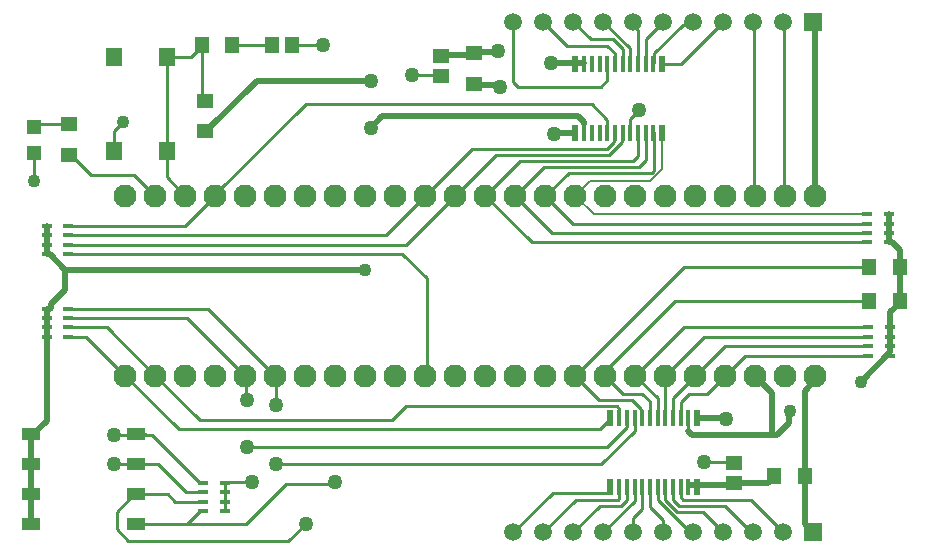
<source format=gtl>
G04*
G04 #@! TF.GenerationSoftware,Altium Limited,Altium Designer,20.2.6 (244)*
G04*
G04 Layer_Physical_Order=1*
G04 Layer_Color=255*
%FSLAX25Y25*%
%MOIN*%
G70*
G04*
G04 #@! TF.SameCoordinates,EFAE668D-727F-4ECC-B3F7-511A600DF1C5*
G04*
G04*
G04 #@! TF.FilePolarity,Positive*
G04*
G01*
G75*
%ADD14C,0.01000*%
%ADD31R,0.02362X0.05315*%
%ADD32R,0.01575X0.05315*%
%ADD33R,0.05906X0.04331*%
%ADD34R,0.05512X0.04724*%
%ADD35R,0.04724X0.05512*%
%ADD36R,0.03740X0.01772*%
%ADD37R,0.04724X0.04724*%
%ADD38R,0.05512X0.06299*%
%ADD39R,0.04921X0.05709*%
%ADD40R,0.05709X0.04921*%
%ADD41C,0.00800*%
%ADD42C,0.02000*%
%ADD43C,0.07677*%
%ADD44R,0.05906X0.05906*%
%ADD45C,0.05906*%
%ADD46C,0.05000*%
%ADD47C,0.04331*%
D14*
X190000Y128740D02*
X217918D01*
X218504Y129326D01*
Y142224D01*
X210630Y142028D02*
Y146653D01*
X213583Y149606D01*
X142283Y121024D02*
X157874Y136614D01*
X202805D02*
X205224Y139034D01*
X157874Y136614D02*
X202805D01*
X152284Y121024D02*
X165905Y134646D01*
X203396D01*
X207784Y139034D01*
X135984Y104724D02*
X152284Y121024D01*
X182283D02*
X190000Y128740D01*
X172283Y121024D02*
X181968Y130709D01*
X213386D02*
X215748Y133071D01*
X181968Y130709D02*
X213386D01*
X162284Y121024D02*
X173937Y132677D01*
X211417D02*
X213189Y134449D01*
X173937Y132677D02*
X211417D01*
X207784Y139034D02*
Y141740D01*
X213189Y134449D02*
Y142028D01*
X205224Y141740D02*
X205512Y142028D01*
X205224Y139034D02*
Y141740D01*
X207784D02*
X208071Y142028D01*
X23327Y107874D02*
X129134D01*
X142283Y121024D01*
X23327Y104724D02*
X135984D01*
X142283Y61024D02*
X142717Y61457D01*
Y93504D01*
X23327Y101575D02*
X134646D01*
X142717Y93504D01*
X137795Y161417D02*
X147244D01*
X147638Y161024D01*
X171653Y159055D02*
X173228Y157480D01*
X171653Y159055D02*
Y179134D01*
X244488Y32480D02*
X245079Y31890D01*
X235236Y32480D02*
X244488D01*
X192283Y61024D02*
X200157Y53150D01*
X211073D02*
X214083Y50140D01*
X200157Y53150D02*
X211073D01*
X208189Y55118D02*
X214567D01*
X202284Y61024D02*
X208189Y55118D01*
X214567D02*
X217126Y52559D01*
X215748Y133071D02*
Y142028D01*
X214083Y49692D02*
Y50140D01*
Y49692D02*
X214280Y49495D01*
Y47236D02*
Y49495D01*
X135699Y50894D02*
X206017D01*
X206890Y46949D02*
Y50020D01*
X206017Y50894D02*
X206890Y50020D01*
X131066Y46260D02*
X135699Y50894D01*
X217126Y46949D02*
Y52559D01*
X214280Y47236D02*
X214567Y46949D01*
X202284Y61024D02*
Y62322D01*
X203647Y63686D02*
Y63883D01*
X202284Y62322D02*
X203647Y63686D01*
X225590Y85827D02*
X290158D01*
X203647Y63883D02*
X225590Y85827D01*
X212283Y61024D02*
X228425Y77165D01*
X289961D01*
X224803Y53543D02*
X242126Y70866D01*
X75492Y25394D02*
X75590Y25492D01*
X84547D01*
X84646Y25591D01*
X75492Y22244D02*
Y25394D01*
Y19094D02*
Y22244D01*
Y15945D02*
Y19094D01*
X39370Y9843D02*
Y15787D01*
X43307Y5906D02*
X96457D01*
X39370Y9843D02*
X43307Y5906D01*
X39370Y15787D02*
X43413Y19831D01*
Y19831D01*
X45079Y21496D02*
X56571D01*
X95691Y24825D02*
X111439D01*
X62776Y11496D02*
X82362D01*
X95691Y24825D01*
X111439D02*
X112205Y25591D01*
X96457Y5906D02*
X102362Y11811D01*
X43413Y19831D02*
X45079Y21496D01*
X45866Y11496D02*
X62776D01*
X49319Y41339D02*
Y41496D01*
X38386Y41339D02*
X49319D01*
X51279D01*
X45866Y41496D02*
X49319D01*
X38386Y31496D02*
X53146D01*
X62398Y22244D01*
X51279Y41339D02*
X67224Y25394D01*
X60000Y43307D02*
X200492D01*
X29291Y74016D02*
X42283Y61024D01*
X60000Y43307D01*
X200492D02*
X204134Y46949D01*
X62776Y11496D02*
X67224Y15945D01*
X68209D01*
X62398Y22244D02*
X68209D01*
X56571Y21496D02*
X58973Y19094D01*
X68209D01*
X67224Y25394D02*
X68209D01*
X11811Y144095D02*
X12598Y144882D01*
X23622Y134646D02*
X24016D01*
X52284Y61024D02*
X52284D01*
X52205Y121024D02*
X52284D01*
X72284D02*
Y121496D01*
X67716Y153937D02*
X68898Y152756D01*
X67716Y170866D02*
Y171260D01*
X82480Y53347D02*
X82677Y53150D01*
X82284Y61024D02*
X82480Y60827D01*
X92402Y51299D02*
X92520Y51181D01*
X92283Y61024D02*
X92402Y60905D01*
X181653Y179134D02*
X181653D01*
X206479Y19685D02*
X206890Y20096D01*
X204725Y173228D02*
X208071Y169882D01*
X202880Y171135D02*
X205451Y168565D01*
X211653Y8858D02*
Y13743D01*
X212008Y42717D02*
Y46949D01*
X211653Y177806D02*
X213189Y176271D01*
X211653Y177806D02*
Y179134D01*
X221654Y8858D02*
Y12936D01*
X222244Y46949D02*
X222284Y46988D01*
X218307Y165059D02*
X218595Y165347D01*
X230420Y8858D02*
X231653D01*
X227362Y20575D02*
X228252Y19685D01*
X229921Y42510D02*
Y46947D01*
X227362Y52165D02*
X230220Y55023D01*
X230326Y179134D02*
X231653D01*
X229293Y178100D02*
X230326Y179134D01*
X228100Y178100D02*
X229293D01*
X250984Y8858D02*
X251654D01*
X251969Y121339D02*
X252284Y121024D01*
X251654Y179134D02*
X251969Y178819D01*
X261653Y8858D02*
X261653D01*
X261968Y121339D02*
X262283Y121024D01*
X261653Y179134D02*
X261968Y178819D01*
X38386Y135827D02*
Y142717D01*
X82480Y53347D02*
Y60827D01*
X92402Y51299D02*
Y60905D01*
X206890Y20096D02*
Y23917D01*
X202953Y142028D02*
Y146418D01*
X211653Y13743D02*
X214567Y16656D01*
Y23917D01*
X217126Y17463D02*
Y23917D01*
X212008Y23917D02*
X212008Y23917D01*
X212008Y19213D02*
Y23917D01*
X215748Y165059D02*
Y173228D01*
X210630Y165059D02*
Y170158D01*
X213189Y165059D02*
Y176271D01*
X224803Y19593D02*
Y23917D01*
X222244Y19593D02*
Y23917D01*
X219685Y19593D02*
Y23917D01*
X222284Y46988D02*
Y61024D01*
X219685Y46949D02*
Y53622D01*
X224803Y46949D02*
Y53543D01*
X218595Y165347D02*
Y168595D01*
X227362Y20575D02*
Y23917D01*
Y46949D02*
Y52165D01*
X11811Y125984D02*
Y135433D01*
X56102Y135827D02*
Y167323D01*
Y127205D02*
Y135827D01*
X67716Y153937D02*
Y170866D01*
X208071Y163091D02*
Y169882D01*
X205451Y163151D02*
Y168565D01*
X202953Y159646D02*
Y165059D01*
X242284Y61024D02*
X248976Y67716D01*
X251969Y121339D02*
Y178819D01*
X261968Y121339D02*
Y178819D01*
X12598Y144882D02*
X23622D01*
X77953Y171260D02*
X91142D01*
X97835D02*
X108268D01*
X207572Y17717D02*
X209449Y19593D01*
X200512Y17717D02*
X207572D01*
X192480Y19685D02*
X206479D01*
X209449Y44094D02*
Y46949D01*
X197559Y173228D02*
X204725D01*
X226680Y17717D02*
X242126D01*
X224803Y19593D02*
X226680Y17717D01*
X228252Y19685D02*
X250827D01*
X230220Y55023D02*
X236283D01*
X45276Y127953D02*
X52205Y121024D01*
X30709Y127953D02*
X45276D01*
X38386Y142717D02*
X41339Y145669D01*
X62283Y111024D02*
X72284Y121024D01*
X64173Y167323D02*
X67716Y170866D01*
X171653Y8858D02*
X184744Y21949D01*
X172283Y121024D02*
X184646Y108661D01*
X162284Y121024D02*
X177795Y105512D01*
X209449Y19593D02*
Y23917D01*
X191654Y8858D02*
X200512Y17717D01*
X201654Y8858D02*
X212008Y19213D01*
X202756Y37402D02*
X209449Y44094D01*
X212283Y61024D02*
X219685Y53622D01*
X200787Y157480D02*
X202953Y159646D01*
X197796Y151575D02*
X202953Y146418D01*
X191654Y179134D02*
X197559Y173228D01*
X201654Y179134D02*
X210630Y170158D01*
X242126Y17717D02*
X250984Y8858D01*
X226089Y15748D02*
X234764D01*
X241653Y8858D01*
X222244Y19593D02*
X226089Y15748D01*
X236283Y55023D02*
X242284Y61024D01*
X227579Y165059D02*
X241653Y179134D01*
X36142Y77165D02*
X52284Y61024D01*
X69842Y83465D02*
X92283Y61024D01*
X62992Y80315D02*
X82284Y61024D01*
X200787Y31496D02*
X212008Y42717D01*
X222284Y61024D02*
X235276Y74016D01*
X23327Y74016D02*
X29291D01*
X23327Y77165D02*
X36142D01*
X67047Y46260D02*
X131066D01*
X184744Y21949D02*
X204134D01*
X248976Y67716D02*
X289961D01*
X242126Y70866D02*
X289961D01*
X235276Y74016D02*
X289961D01*
X228504Y97244D02*
X290158D01*
X184646Y108661D02*
X289665D01*
X177795Y105512D02*
X289665D01*
X221161Y165059D02*
X227579D01*
X189652Y171135D02*
X202880D01*
X52284Y61024D02*
X67047Y46260D01*
X56102Y127205D02*
X62283Y121024D01*
X56102Y167323D02*
X64173D01*
X217126Y17463D02*
X221654Y12936D01*
X181653Y8858D02*
X192480Y19685D01*
X250827D02*
X261653Y8858D01*
X219685Y19593D02*
X230420Y8858D01*
X182283Y121024D02*
X191496Y111811D01*
X289665D01*
X215748Y173228D02*
X221654Y179134D01*
X218595Y168595D02*
X228100Y178100D01*
X181653Y179134D02*
X189652Y171135D01*
X24016Y134646D02*
X30709Y127953D01*
X72284Y121496D02*
X102362Y151575D01*
X192283Y61024D02*
X228504Y97244D01*
X82677Y37402D02*
X202756D01*
X23327Y83465D02*
X69842D01*
X23327Y80315D02*
X62992D01*
X23327Y111024D02*
X62283D01*
X173228Y157480D02*
X200787D01*
X92520Y31496D02*
X200787D01*
X102362Y151575D02*
X197796D01*
D31*
X192323Y165059D02*
D03*
X221260D02*
D03*
Y142028D02*
D03*
X192323D02*
D03*
X232874Y23917D02*
D03*
X203937D02*
D03*
Y46949D02*
D03*
X232874D02*
D03*
D32*
X195276Y165059D02*
D03*
X197835D02*
D03*
X200394D02*
D03*
X202953D02*
D03*
X205512D02*
D03*
X208071D02*
D03*
X210630D02*
D03*
X213189D02*
D03*
X215748D02*
D03*
X218307D02*
D03*
Y142028D02*
D03*
X215748D02*
D03*
X213189D02*
D03*
X210630D02*
D03*
X208071D02*
D03*
X205512D02*
D03*
X202953D02*
D03*
X200394D02*
D03*
X197835D02*
D03*
X195276D02*
D03*
X229921Y23917D02*
D03*
X227362D02*
D03*
X224803D02*
D03*
X222244D02*
D03*
X219685D02*
D03*
X217126D02*
D03*
X214567D02*
D03*
X212008D02*
D03*
X209449D02*
D03*
X206890D02*
D03*
Y46949D02*
D03*
X209449D02*
D03*
X212008D02*
D03*
X214567D02*
D03*
X217126D02*
D03*
X219685D02*
D03*
X222244D02*
D03*
X224803D02*
D03*
X227362D02*
D03*
X229921D02*
D03*
D33*
X45866Y41496D02*
D03*
Y21496D02*
D03*
Y11496D02*
D03*
X10827D02*
D03*
Y21496D02*
D03*
Y31496D02*
D03*
Y41496D02*
D03*
X45866Y31496D02*
D03*
D34*
X68898Y152756D02*
D03*
Y142520D02*
D03*
X23622Y134646D02*
D03*
Y144882D02*
D03*
X158465Y158268D02*
D03*
Y168504D02*
D03*
D35*
X300394Y85827D02*
D03*
X290158D02*
D03*
X77953Y171260D02*
D03*
X67716D02*
D03*
X300394Y97244D02*
D03*
X290158D02*
D03*
X268898Y27559D02*
D03*
X258661D02*
D03*
D36*
X289665Y114961D02*
D03*
X296949D02*
D03*
Y111811D02*
D03*
Y108661D02*
D03*
Y105512D02*
D03*
X289665Y111811D02*
D03*
Y108661D02*
D03*
Y105512D02*
D03*
X23327Y101575D02*
D03*
X16043D02*
D03*
Y104724D02*
D03*
Y107874D02*
D03*
Y111024D02*
D03*
X23327Y104724D02*
D03*
Y107874D02*
D03*
Y111024D02*
D03*
X289961Y77165D02*
D03*
X297244D02*
D03*
Y74016D02*
D03*
Y70866D02*
D03*
Y67716D02*
D03*
X289961Y74016D02*
D03*
Y70866D02*
D03*
Y67716D02*
D03*
X23327Y74016D02*
D03*
X16043D02*
D03*
Y77165D02*
D03*
Y80315D02*
D03*
Y83465D02*
D03*
X23327Y77165D02*
D03*
Y80315D02*
D03*
Y83465D02*
D03*
X75492Y15945D02*
D03*
X68209D02*
D03*
Y19094D02*
D03*
Y22244D02*
D03*
Y25394D02*
D03*
X75492Y19094D02*
D03*
Y22244D02*
D03*
Y25394D02*
D03*
D37*
X11811Y135433D02*
D03*
Y144095D02*
D03*
D38*
X38386Y167323D02*
D03*
X56102D02*
D03*
Y135827D02*
D03*
X38386D02*
D03*
D39*
X91142Y171260D02*
D03*
X97835D02*
D03*
D40*
X245079Y25197D02*
D03*
Y31890D02*
D03*
X147638Y167717D02*
D03*
Y161024D02*
D03*
D41*
X198346Y114961D02*
X289665D01*
X192283Y121024D02*
X198346Y114961D01*
X192283Y121024D02*
X197122Y125862D01*
X217161D01*
X221260Y129961D01*
Y142028D01*
D42*
X184055Y165354D02*
X184203Y165207D01*
X195063D01*
X185272Y142028D02*
X192323D01*
X185039Y141795D02*
X185272Y142028D01*
X22146Y96457D02*
X122047D01*
X158465Y158268D02*
X158858Y157874D01*
X166929D01*
X167323Y157480D01*
X147638Y167717D02*
X148031Y168110D01*
X158071D01*
X158465Y168504D01*
X158858Y168898D01*
X165945D01*
X166339Y169291D01*
X231093Y41339D02*
X257874D01*
X229921Y42510D02*
X231093Y41339D01*
X232874Y24557D02*
X244833D01*
X230134D02*
X232874D01*
X258661Y27165D02*
Y27559D01*
X257299Y25803D02*
X258661Y27165D01*
X256128Y25197D02*
X256734Y25803D01*
X257299D01*
X245079Y25197D02*
X256128D01*
X268898Y27559D02*
Y56102D01*
X272284Y59487D01*
Y61024D01*
X268898Y11614D02*
Y27559D01*
Y11614D02*
X271654Y8858D01*
X10827Y31496D02*
Y41496D01*
Y21496D02*
Y31496D01*
Y11496D02*
Y21496D01*
X16043Y45925D02*
Y74016D01*
X11614Y41496D02*
X16043Y45925D01*
X10827Y41496D02*
X11614D01*
X16043Y74016D02*
Y77165D01*
Y104724D02*
Y107874D01*
X68898Y142520D02*
X69291D01*
X195276Y144922D02*
Y145441D01*
X194719Y145998D02*
X195276Y145441D01*
X194719Y145998D02*
X194719D01*
X259646Y41339D02*
X263520Y45213D01*
Y48953D02*
X263779Y49213D01*
X287402Y59055D02*
Y59055D01*
X300394Y85827D02*
Y85827D01*
Y85433D02*
Y85827D01*
X16043Y80315D02*
Y83465D01*
Y77165D02*
Y80315D01*
Y101575D02*
Y104724D01*
Y107874D02*
Y111024D01*
X22146Y89567D02*
Y96457D01*
X124016Y143701D02*
X127953Y147638D01*
X263520Y45213D02*
Y48953D01*
X300394Y87402D02*
X301181Y86614D01*
X300394Y87402D02*
Y97244D01*
Y85827D02*
X301181Y86614D01*
X300394Y97244D02*
Y102823D01*
X272284Y121024D02*
Y179134D01*
X17413Y83850D02*
Y84835D01*
X17028Y83465D02*
X17413Y83850D01*
X16043Y83465D02*
X17028D01*
X16043Y101575D02*
X17028D01*
X193079Y147638D02*
X194719Y145998D01*
X257874Y41339D02*
X259646D01*
X297244Y77165D02*
X297244Y77165D01*
Y82284D02*
X300394Y85433D01*
X296949Y105512D02*
Y108661D01*
Y105512D02*
X297705D01*
X17413Y84835D02*
X22146Y89567D01*
X69291Y142520D02*
X86221Y159449D01*
X242423Y46949D02*
X242609Y46763D01*
X232874Y46949D02*
X242423D01*
X257874Y41339D02*
Y55433D01*
X297244Y68898D02*
Y77165D01*
X297244Y77165D02*
Y82284D01*
X296949Y111811D02*
Y114961D01*
Y108661D02*
Y111811D01*
X297705Y105512D02*
X300394Y102823D01*
X17028Y101575D02*
X22146Y96457D01*
X287402Y59055D02*
X297244Y68898D01*
X86221Y159449D02*
X124016D01*
X252284Y61024D02*
X257874Y55433D01*
X127953Y147638D02*
X193079D01*
D43*
X252284Y121024D02*
D03*
X242284D02*
D03*
X232283D02*
D03*
X222284D02*
D03*
X212283D02*
D03*
X202284D02*
D03*
X192283D02*
D03*
X182283D02*
D03*
X172283D02*
D03*
X162284D02*
D03*
X152284D02*
D03*
X142283D02*
D03*
Y61024D02*
D03*
X152284D02*
D03*
X162284D02*
D03*
X172283D02*
D03*
X182283D02*
D03*
X192283D02*
D03*
X202284D02*
D03*
X212283D02*
D03*
X222284D02*
D03*
X232283D02*
D03*
X242284D02*
D03*
X262283Y121024D02*
D03*
X252284Y61024D02*
D03*
X262283D02*
D03*
X272284Y121024D02*
D03*
Y61024D02*
D03*
X132283Y121024D02*
D03*
Y61024D02*
D03*
X122283Y121024D02*
D03*
X112284D02*
D03*
X102284D02*
D03*
X92283D02*
D03*
X82284D02*
D03*
X72284D02*
D03*
X62283D02*
D03*
X52284D02*
D03*
X42283D02*
D03*
Y61024D02*
D03*
X52284D02*
D03*
X62283D02*
D03*
X72284D02*
D03*
X82284D02*
D03*
X92283D02*
D03*
X102284D02*
D03*
X112284D02*
D03*
X122283D02*
D03*
D44*
X271654Y179134D02*
D03*
Y8858D02*
D03*
D45*
X261653Y179134D02*
D03*
X251654D02*
D03*
X241653D02*
D03*
X231653D02*
D03*
X221654D02*
D03*
X211653D02*
D03*
X201654D02*
D03*
X191654D02*
D03*
X181653D02*
D03*
X171653D02*
D03*
X261653Y8858D02*
D03*
X251654D02*
D03*
X241653D02*
D03*
X231653D02*
D03*
X221654D02*
D03*
X211653D02*
D03*
X201654D02*
D03*
X191654D02*
D03*
X181653D02*
D03*
X171653D02*
D03*
D46*
X184055Y165354D02*
D03*
X185039Y141795D02*
D03*
X213583Y149606D02*
D03*
X137795Y161417D02*
D03*
X167323Y157480D02*
D03*
X166339Y169291D02*
D03*
X235236Y32480D02*
D03*
X84646Y25591D02*
D03*
X102362Y11811D02*
D03*
X112205Y25591D02*
D03*
X38386Y41339D02*
D03*
Y31496D02*
D03*
X92520Y51181D02*
D03*
Y31496D02*
D03*
X108268Y171260D02*
D03*
X82677Y53150D02*
D03*
X242609Y46763D02*
D03*
X82677Y37402D02*
D03*
X124016Y143701D02*
D03*
Y159449D02*
D03*
D47*
X122047Y96457D02*
D03*
X11811Y125984D02*
D03*
X41339Y145669D02*
D03*
X263779Y49213D02*
D03*
X287402Y59055D02*
D03*
M02*

</source>
